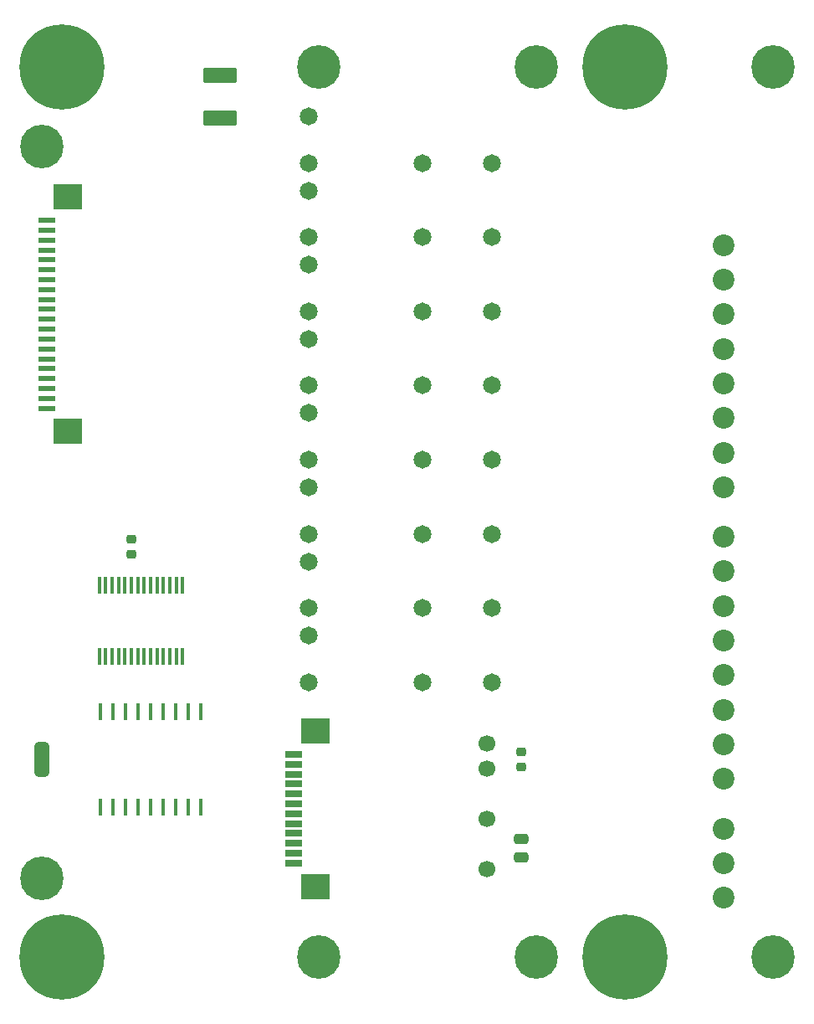
<source format=gbr>
%TF.GenerationSoftware,KiCad,Pcbnew,9.0.6*%
%TF.CreationDate,2025-12-07T14:44:50+03:00*%
%TF.ProjectId,PMCNV-RQx8,504d434e-562d-4525-9178-382e6b696361,rev?*%
%TF.SameCoordinates,Original*%
%TF.FileFunction,Soldermask,Top*%
%TF.FilePolarity,Negative*%
%FSLAX46Y46*%
G04 Gerber Fmt 4.6, Leading zero omitted, Abs format (unit mm)*
G04 Created by KiCad (PCBNEW 9.0.6) date 2025-12-07 14:44:50*
%MOMM*%
%LPD*%
G01*
G04 APERTURE LIST*
G04 Aperture macros list*
%AMRoundRect*
0 Rectangle with rounded corners*
0 $1 Rounding radius*
0 $2 $3 $4 $5 $6 $7 $8 $9 X,Y pos of 4 corners*
0 Add a 4 corners polygon primitive as box body*
4,1,4,$2,$3,$4,$5,$6,$7,$8,$9,$2,$3,0*
0 Add four circle primitives for the rounded corners*
1,1,$1+$1,$2,$3*
1,1,$1+$1,$4,$5*
1,1,$1+$1,$6,$7*
1,1,$1+$1,$8,$9*
0 Add four rect primitives between the rounded corners*
20,1,$1+$1,$2,$3,$4,$5,0*
20,1,$1+$1,$4,$5,$6,$7,0*
20,1,$1+$1,$6,$7,$8,$9,0*
20,1,$1+$1,$8,$9,$2,$3,0*%
%AMFreePoly0*
4,1,23,0.550000,-0.750000,0.000000,-0.750000,0.000000,-0.745722,-0.065263,-0.745722,-0.191342,-0.711940,-0.304381,-0.646677,-0.396677,-0.554381,-0.461940,-0.441342,-0.495722,-0.315263,-0.495722,-0.250000,-0.500000,-0.250000,-0.500000,0.250000,-0.495722,0.250000,-0.495722,0.315263,-0.461940,0.441342,-0.396677,0.554381,-0.304381,0.646677,-0.191342,0.711940,-0.065263,0.745722,0.000000,0.745722,
0.000000,0.750000,0.550000,0.750000,0.550000,-0.750000,0.550000,-0.750000,$1*%
%AMFreePoly1*
4,1,23,0.000000,0.745722,0.065263,0.745722,0.191342,0.711940,0.304381,0.646677,0.396677,0.554381,0.461940,0.441342,0.495722,0.315263,0.495722,0.250000,0.500000,0.250000,0.500000,-0.250000,0.495722,-0.250000,0.495722,-0.315263,0.461940,-0.441342,0.396677,-0.554381,0.304381,-0.646677,0.191342,-0.711940,0.065263,-0.745722,0.000000,-0.745722,0.000000,-0.750000,-0.550000,-0.750000,
-0.550000,0.750000,0.000000,0.750000,0.000000,0.745722,0.000000,0.745722,$1*%
G04 Aperture macros list end*
%ADD10C,1.700000*%
%ADD11C,2.200000*%
%ADD12C,4.400000*%
%ADD13R,1.800000X0.600000*%
%ADD14R,3.000000X2.600000*%
%ADD15C,1.812000*%
%ADD16R,0.450800X1.716000*%
%ADD17R,0.431800X1.655601*%
%ADD18FreePoly0,90.000000*%
%ADD19R,1.500000X1.000000*%
%ADD20FreePoly1,90.000000*%
%ADD21RoundRect,0.250000X0.475000X-0.250000X0.475000X0.250000X-0.475000X0.250000X-0.475000X-0.250000X0*%
%ADD22C,0.900000*%
%ADD23C,8.600000*%
%ADD24RoundRect,0.225000X0.250000X-0.225000X0.250000X0.225000X-0.250000X0.225000X-0.250000X-0.225000X0*%
%ADD25RoundRect,0.225000X-0.250000X0.225000X-0.250000X-0.225000X0.250000X-0.225000X0.250000X0.225000X0*%
%ADD26RoundRect,0.250000X-1.450000X0.537500X-1.450000X-0.537500X1.450000X-0.537500X1.450000X0.537500X0*%
%ADD27R,1.803400X0.635000*%
%ADD28R,2.997200X2.590800*%
G04 APERTURE END LIST*
%TO.C,JP10*%
G36*
X-37750000Y-25750000D02*
G01*
X-36250000Y-25750000D01*
X-36250000Y-24250000D01*
X-37750000Y-24250000D01*
X-37750000Y-25750000D01*
G37*
%TD*%
D10*
%TO.C,PS1*%
X8000000Y-23385000D03*
X8000000Y-25925000D03*
X8000000Y-31005000D03*
X8000000Y-36085000D03*
%TD*%
D11*
%TO.C,J4*%
X32000000Y-27000000D03*
X32000000Y-23500000D03*
X32000000Y-20000000D03*
X32000000Y-16500000D03*
X32000000Y-13000000D03*
X32000000Y-9500000D03*
X32000000Y-6000000D03*
X32000000Y-2500000D03*
%TD*%
%TO.C,J2*%
X32000000Y2500000D03*
X32000000Y6000000D03*
X32000000Y9500000D03*
X32000000Y13000000D03*
X32000000Y16500000D03*
X32000000Y20000000D03*
X32000000Y23500000D03*
X32000000Y27000000D03*
%TD*%
D12*
%TO.C,U4*%
X-37000000Y37000000D03*
X-37000000Y-37000000D03*
X-9000000Y45000000D03*
X-9000000Y-45000000D03*
%TD*%
D11*
%TO.C,J6*%
X32000000Y-39000000D03*
X32000000Y-35500000D03*
X32000000Y-32000000D03*
%TD*%
D13*
%TO.C,JM1*%
X-36546000Y10500000D03*
X-36546000Y11500000D03*
X-36546000Y12500000D03*
X-36546000Y13500000D03*
X-36546000Y14500000D03*
X-36546000Y15500000D03*
X-36546000Y16500000D03*
X-36546000Y17500000D03*
X-36546000Y18500000D03*
X-36546000Y19500000D03*
X-36546000Y20500000D03*
X-36546000Y21500000D03*
X-36546000Y22500000D03*
X-36546000Y23500000D03*
X-36546000Y24500000D03*
X-36546000Y25500000D03*
X-36546000Y26500000D03*
X-36546000Y27500000D03*
X-36546000Y28500000D03*
X-36546000Y29500000D03*
D14*
X-34375000Y8150000D03*
X-34375000Y31850000D03*
%TD*%
D12*
%TO.C,U3*%
X13000000Y-45000000D03*
X13000000Y45000000D03*
X37000000Y-45000000D03*
X37000000Y45000000D03*
%TD*%
D15*
%TO.C,K4*%
X-10000000Y12800000D03*
X1500000Y12800000D03*
X8500000Y12800000D03*
X-10000000Y17500000D03*
%TD*%
D16*
%TO.C,U2*%
X-20920000Y-20149202D03*
X-22190000Y-20149202D03*
X-23460000Y-20149202D03*
X-24730000Y-20149202D03*
X-26000000Y-20149202D03*
X-27270000Y-20149202D03*
X-28540000Y-20149202D03*
X-29810000Y-20149202D03*
X-31080000Y-20149202D03*
X-31080000Y-29850798D03*
X-29810000Y-29850798D03*
X-28540000Y-29850798D03*
X-27270000Y-29850798D03*
X-26000000Y-29850798D03*
X-24730000Y-29850798D03*
X-23460000Y-29850798D03*
X-22190000Y-29850798D03*
X-20920000Y-29850798D03*
%TD*%
D17*
%TO.C,U6*%
X-22775000Y-7372199D03*
X-23425001Y-7372199D03*
X-24075000Y-7372199D03*
X-24725001Y-7372199D03*
X-25374999Y-7372199D03*
X-26025001Y-7372199D03*
X-26674999Y-7372199D03*
X-27324998Y-7372199D03*
X-27974999Y-7372199D03*
X-28624998Y-7372199D03*
X-29274999Y-7372199D03*
X-29924998Y-7372199D03*
X-30574999Y-7372199D03*
X-31224998Y-7372199D03*
X-31225000Y-14627801D03*
X-30574999Y-14627801D03*
X-29925000Y-14627801D03*
X-29274999Y-14627801D03*
X-28625001Y-14627801D03*
X-27974999Y-14627801D03*
X-27325001Y-14627801D03*
X-26674999Y-14627801D03*
X-26025001Y-14627801D03*
X-25374999Y-14627801D03*
X-24725001Y-14627801D03*
X-24075000Y-14627801D03*
X-23425001Y-14627801D03*
X-22775000Y-14627801D03*
%TD*%
D15*
%TO.C,K5*%
X-10000000Y5300000D03*
X1500000Y5300000D03*
X8500000Y5300000D03*
X-10000000Y10000000D03*
%TD*%
D18*
%TO.C,JP10*%
X-37000000Y-26300000D03*
D19*
X-37000000Y-25000000D03*
D20*
X-37000000Y-23700000D03*
%TD*%
D21*
%TO.C,C10*%
X11500000Y-34950000D03*
X11500000Y-33050000D03*
%TD*%
D15*
%TO.C,K6*%
X-10000000Y-2200000D03*
X1500000Y-2200000D03*
X8500000Y-2200000D03*
X-10000000Y2500000D03*
%TD*%
%TO.C,K8*%
X-10000000Y-17200000D03*
X1500000Y-17200000D03*
X8500000Y-17200000D03*
X-10000000Y-12500000D03*
%TD*%
%TO.C,K1*%
X-10000000Y35300000D03*
X1500000Y35300000D03*
X8500000Y35300000D03*
X-10000000Y40000000D03*
%TD*%
D22*
%TO.C,H2*%
X18775000Y45000000D03*
X19719581Y47280419D03*
X19719581Y42719581D03*
X22000000Y48225000D03*
D23*
X22000000Y45000000D03*
D22*
X22000000Y41775000D03*
X24280419Y47280419D03*
X24280419Y42719581D03*
X25225000Y45000000D03*
%TD*%
%TO.C,H3*%
X18775000Y-45000000D03*
X19719581Y-42719581D03*
X19719581Y-47280419D03*
X22000000Y-41775000D03*
D23*
X22000000Y-45000000D03*
D22*
X22000000Y-48225000D03*
X24280419Y-42719581D03*
X24280419Y-47280419D03*
X25225000Y-45000000D03*
%TD*%
D15*
%TO.C,K7*%
X-10000000Y-9700000D03*
X1500000Y-9700000D03*
X8500000Y-9700000D03*
X-10000000Y-5000000D03*
%TD*%
D24*
%TO.C,C2*%
X-28000000Y-4275000D03*
X-28000000Y-2725000D03*
%TD*%
D25*
%TO.C,C7*%
X11500000Y-24225000D03*
X11500000Y-25775000D03*
%TD*%
D15*
%TO.C,K3*%
X-10000000Y20300000D03*
X1500000Y20300000D03*
X8500000Y20300000D03*
X-10000000Y25000000D03*
%TD*%
%TO.C,K2*%
X-10000000Y27800000D03*
X1500000Y27800000D03*
X8500000Y27800000D03*
X-10000000Y32500000D03*
%TD*%
D26*
%TO.C,C1*%
X-19000000Y44137500D03*
X-19000000Y39862500D03*
%TD*%
D22*
%TO.C,H1*%
X-38225000Y45000000D03*
X-37280419Y47280419D03*
X-37280419Y42719581D03*
X-35000000Y48225000D03*
D23*
X-35000000Y45000000D03*
D22*
X-35000000Y41775000D03*
X-32719581Y47280419D03*
X-32719581Y42719581D03*
X-31775000Y45000000D03*
%TD*%
D27*
%TO.C,J3*%
X-11556000Y-35499992D03*
X-11556000Y-34499994D03*
X-11556000Y-33499996D03*
X-11556000Y-32499998D03*
X-11556000Y-31500000D03*
X-11556000Y-30500000D03*
X-11556000Y-29500000D03*
X-11556000Y-28500000D03*
X-11556000Y-27500002D03*
X-11556000Y-26500004D03*
X-11556000Y-25500006D03*
X-11556000Y-24500008D03*
D28*
X-9385999Y-37850003D03*
X-9385999Y-22149997D03*
%TD*%
D22*
%TO.C,H4*%
X-38225000Y-45000000D03*
X-37280419Y-42719581D03*
X-37280419Y-47280419D03*
X-35000000Y-41775000D03*
D23*
X-35000000Y-45000000D03*
D22*
X-35000000Y-48225000D03*
X-32719581Y-42719581D03*
X-32719581Y-47280419D03*
X-31775000Y-45000000D03*
%TD*%
M02*

</source>
